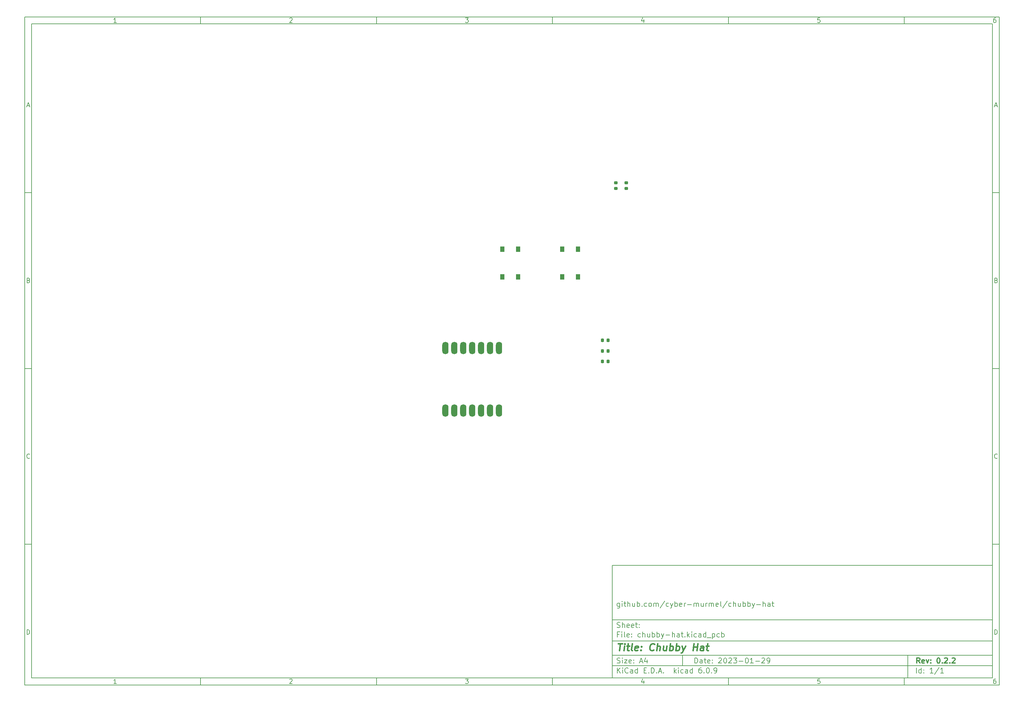
<source format=gbr>
%TF.GenerationSoftware,KiCad,Pcbnew,6.0.9*%
%TF.CreationDate,2023-02-12T02:37:48+01:00*%
%TF.ProjectId,chubby-hat,63687562-6279-42d6-9861-742e6b696361,0.2.2*%
%TF.SameCoordinates,Original*%
%TF.FileFunction,Paste,Top*%
%TF.FilePolarity,Positive*%
%FSLAX46Y46*%
G04 Gerber Fmt 4.6, Leading zero omitted, Abs format (unit mm)*
G04 Created by KiCad (PCBNEW 6.0.9) date 2023-02-12 02:37:48*
%MOMM*%
%LPD*%
G01*
G04 APERTURE LIST*
G04 Aperture macros list*
%AMRoundRect*
0 Rectangle with rounded corners*
0 $1 Rounding radius*
0 $2 $3 $4 $5 $6 $7 $8 $9 X,Y pos of 4 corners*
0 Add a 4 corners polygon primitive as box body*
4,1,4,$2,$3,$4,$5,$6,$7,$8,$9,$2,$3,0*
0 Add four circle primitives for the rounded corners*
1,1,$1+$1,$2,$3*
1,1,$1+$1,$4,$5*
1,1,$1+$1,$6,$7*
1,1,$1+$1,$8,$9*
0 Add four rect primitives between the rounded corners*
20,1,$1+$1,$2,$3,$4,$5,0*
20,1,$1+$1,$4,$5,$6,$7,0*
20,1,$1+$1,$6,$7,$8,$9,0*
20,1,$1+$1,$8,$9,$2,$3,0*%
G04 Aperture macros list end*
%ADD10C,0.100000*%
%ADD11C,0.150000*%
%ADD12C,0.300000*%
%ADD13C,0.400000*%
%ADD14RoundRect,0.218750X0.218750X0.256250X-0.218750X0.256250X-0.218750X-0.256250X0.218750X-0.256250X0*%
%ADD15O,1.778000X3.556000*%
%ADD16RoundRect,0.218750X-0.256250X0.218750X-0.256250X-0.218750X0.256250X-0.218750X0.256250X0.218750X0*%
%ADD17R,1.300000X1.550000*%
G04 APERTURE END LIST*
D10*
D11*
X177002200Y-166007200D02*
X177002200Y-198007200D01*
X285002200Y-198007200D01*
X285002200Y-166007200D01*
X177002200Y-166007200D01*
D10*
D11*
X10000000Y-10000000D02*
X10000000Y-200007200D01*
X287002200Y-200007200D01*
X287002200Y-10000000D01*
X10000000Y-10000000D01*
D10*
D11*
X12000000Y-12000000D02*
X12000000Y-198007200D01*
X285002200Y-198007200D01*
X285002200Y-12000000D01*
X12000000Y-12000000D01*
D10*
D11*
X60000000Y-12000000D02*
X60000000Y-10000000D01*
D10*
D11*
X110000000Y-12000000D02*
X110000000Y-10000000D01*
D10*
D11*
X160000000Y-12000000D02*
X160000000Y-10000000D01*
D10*
D11*
X210000000Y-12000000D02*
X210000000Y-10000000D01*
D10*
D11*
X260000000Y-12000000D02*
X260000000Y-10000000D01*
D10*
D11*
X36065476Y-11588095D02*
X35322619Y-11588095D01*
X35694047Y-11588095D02*
X35694047Y-10288095D01*
X35570238Y-10473809D01*
X35446428Y-10597619D01*
X35322619Y-10659523D01*
D10*
D11*
X85322619Y-10411904D02*
X85384523Y-10350000D01*
X85508333Y-10288095D01*
X85817857Y-10288095D01*
X85941666Y-10350000D01*
X86003571Y-10411904D01*
X86065476Y-10535714D01*
X86065476Y-10659523D01*
X86003571Y-10845238D01*
X85260714Y-11588095D01*
X86065476Y-11588095D01*
D10*
D11*
X135260714Y-10288095D02*
X136065476Y-10288095D01*
X135632142Y-10783333D01*
X135817857Y-10783333D01*
X135941666Y-10845238D01*
X136003571Y-10907142D01*
X136065476Y-11030952D01*
X136065476Y-11340476D01*
X136003571Y-11464285D01*
X135941666Y-11526190D01*
X135817857Y-11588095D01*
X135446428Y-11588095D01*
X135322619Y-11526190D01*
X135260714Y-11464285D01*
D10*
D11*
X185941666Y-10721428D02*
X185941666Y-11588095D01*
X185632142Y-10226190D02*
X185322619Y-11154761D01*
X186127380Y-11154761D01*
D10*
D11*
X236003571Y-10288095D02*
X235384523Y-10288095D01*
X235322619Y-10907142D01*
X235384523Y-10845238D01*
X235508333Y-10783333D01*
X235817857Y-10783333D01*
X235941666Y-10845238D01*
X236003571Y-10907142D01*
X236065476Y-11030952D01*
X236065476Y-11340476D01*
X236003571Y-11464285D01*
X235941666Y-11526190D01*
X235817857Y-11588095D01*
X235508333Y-11588095D01*
X235384523Y-11526190D01*
X235322619Y-11464285D01*
D10*
D11*
X285941666Y-10288095D02*
X285694047Y-10288095D01*
X285570238Y-10350000D01*
X285508333Y-10411904D01*
X285384523Y-10597619D01*
X285322619Y-10845238D01*
X285322619Y-11340476D01*
X285384523Y-11464285D01*
X285446428Y-11526190D01*
X285570238Y-11588095D01*
X285817857Y-11588095D01*
X285941666Y-11526190D01*
X286003571Y-11464285D01*
X286065476Y-11340476D01*
X286065476Y-11030952D01*
X286003571Y-10907142D01*
X285941666Y-10845238D01*
X285817857Y-10783333D01*
X285570238Y-10783333D01*
X285446428Y-10845238D01*
X285384523Y-10907142D01*
X285322619Y-11030952D01*
D10*
D11*
X60000000Y-198007200D02*
X60000000Y-200007200D01*
D10*
D11*
X110000000Y-198007200D02*
X110000000Y-200007200D01*
D10*
D11*
X160000000Y-198007200D02*
X160000000Y-200007200D01*
D10*
D11*
X210000000Y-198007200D02*
X210000000Y-200007200D01*
D10*
D11*
X260000000Y-198007200D02*
X260000000Y-200007200D01*
D10*
D11*
X36065476Y-199595295D02*
X35322619Y-199595295D01*
X35694047Y-199595295D02*
X35694047Y-198295295D01*
X35570238Y-198481009D01*
X35446428Y-198604819D01*
X35322619Y-198666723D01*
D10*
D11*
X85322619Y-198419104D02*
X85384523Y-198357200D01*
X85508333Y-198295295D01*
X85817857Y-198295295D01*
X85941666Y-198357200D01*
X86003571Y-198419104D01*
X86065476Y-198542914D01*
X86065476Y-198666723D01*
X86003571Y-198852438D01*
X85260714Y-199595295D01*
X86065476Y-199595295D01*
D10*
D11*
X135260714Y-198295295D02*
X136065476Y-198295295D01*
X135632142Y-198790533D01*
X135817857Y-198790533D01*
X135941666Y-198852438D01*
X136003571Y-198914342D01*
X136065476Y-199038152D01*
X136065476Y-199347676D01*
X136003571Y-199471485D01*
X135941666Y-199533390D01*
X135817857Y-199595295D01*
X135446428Y-199595295D01*
X135322619Y-199533390D01*
X135260714Y-199471485D01*
D10*
D11*
X185941666Y-198728628D02*
X185941666Y-199595295D01*
X185632142Y-198233390D02*
X185322619Y-199161961D01*
X186127380Y-199161961D01*
D10*
D11*
X236003571Y-198295295D02*
X235384523Y-198295295D01*
X235322619Y-198914342D01*
X235384523Y-198852438D01*
X235508333Y-198790533D01*
X235817857Y-198790533D01*
X235941666Y-198852438D01*
X236003571Y-198914342D01*
X236065476Y-199038152D01*
X236065476Y-199347676D01*
X236003571Y-199471485D01*
X235941666Y-199533390D01*
X235817857Y-199595295D01*
X235508333Y-199595295D01*
X235384523Y-199533390D01*
X235322619Y-199471485D01*
D10*
D11*
X285941666Y-198295295D02*
X285694047Y-198295295D01*
X285570238Y-198357200D01*
X285508333Y-198419104D01*
X285384523Y-198604819D01*
X285322619Y-198852438D01*
X285322619Y-199347676D01*
X285384523Y-199471485D01*
X285446428Y-199533390D01*
X285570238Y-199595295D01*
X285817857Y-199595295D01*
X285941666Y-199533390D01*
X286003571Y-199471485D01*
X286065476Y-199347676D01*
X286065476Y-199038152D01*
X286003571Y-198914342D01*
X285941666Y-198852438D01*
X285817857Y-198790533D01*
X285570238Y-198790533D01*
X285446428Y-198852438D01*
X285384523Y-198914342D01*
X285322619Y-199038152D01*
D10*
D11*
X10000000Y-60000000D02*
X12000000Y-60000000D01*
D10*
D11*
X10000000Y-110000000D02*
X12000000Y-110000000D01*
D10*
D11*
X10000000Y-160000000D02*
X12000000Y-160000000D01*
D10*
D11*
X10690476Y-35216666D02*
X11309523Y-35216666D01*
X10566666Y-35588095D02*
X11000000Y-34288095D01*
X11433333Y-35588095D01*
D10*
D11*
X11092857Y-84907142D02*
X11278571Y-84969047D01*
X11340476Y-85030952D01*
X11402380Y-85154761D01*
X11402380Y-85340476D01*
X11340476Y-85464285D01*
X11278571Y-85526190D01*
X11154761Y-85588095D01*
X10659523Y-85588095D01*
X10659523Y-84288095D01*
X11092857Y-84288095D01*
X11216666Y-84350000D01*
X11278571Y-84411904D01*
X11340476Y-84535714D01*
X11340476Y-84659523D01*
X11278571Y-84783333D01*
X11216666Y-84845238D01*
X11092857Y-84907142D01*
X10659523Y-84907142D01*
D10*
D11*
X11402380Y-135464285D02*
X11340476Y-135526190D01*
X11154761Y-135588095D01*
X11030952Y-135588095D01*
X10845238Y-135526190D01*
X10721428Y-135402380D01*
X10659523Y-135278571D01*
X10597619Y-135030952D01*
X10597619Y-134845238D01*
X10659523Y-134597619D01*
X10721428Y-134473809D01*
X10845238Y-134350000D01*
X11030952Y-134288095D01*
X11154761Y-134288095D01*
X11340476Y-134350000D01*
X11402380Y-134411904D01*
D10*
D11*
X10659523Y-185588095D02*
X10659523Y-184288095D01*
X10969047Y-184288095D01*
X11154761Y-184350000D01*
X11278571Y-184473809D01*
X11340476Y-184597619D01*
X11402380Y-184845238D01*
X11402380Y-185030952D01*
X11340476Y-185278571D01*
X11278571Y-185402380D01*
X11154761Y-185526190D01*
X10969047Y-185588095D01*
X10659523Y-185588095D01*
D10*
D11*
X287002200Y-60000000D02*
X285002200Y-60000000D01*
D10*
D11*
X287002200Y-110000000D02*
X285002200Y-110000000D01*
D10*
D11*
X287002200Y-160000000D02*
X285002200Y-160000000D01*
D10*
D11*
X285692676Y-35216666D02*
X286311723Y-35216666D01*
X285568866Y-35588095D02*
X286002200Y-34288095D01*
X286435533Y-35588095D01*
D10*
D11*
X286095057Y-84907142D02*
X286280771Y-84969047D01*
X286342676Y-85030952D01*
X286404580Y-85154761D01*
X286404580Y-85340476D01*
X286342676Y-85464285D01*
X286280771Y-85526190D01*
X286156961Y-85588095D01*
X285661723Y-85588095D01*
X285661723Y-84288095D01*
X286095057Y-84288095D01*
X286218866Y-84350000D01*
X286280771Y-84411904D01*
X286342676Y-84535714D01*
X286342676Y-84659523D01*
X286280771Y-84783333D01*
X286218866Y-84845238D01*
X286095057Y-84907142D01*
X285661723Y-84907142D01*
D10*
D11*
X286404580Y-135464285D02*
X286342676Y-135526190D01*
X286156961Y-135588095D01*
X286033152Y-135588095D01*
X285847438Y-135526190D01*
X285723628Y-135402380D01*
X285661723Y-135278571D01*
X285599819Y-135030952D01*
X285599819Y-134845238D01*
X285661723Y-134597619D01*
X285723628Y-134473809D01*
X285847438Y-134350000D01*
X286033152Y-134288095D01*
X286156961Y-134288095D01*
X286342676Y-134350000D01*
X286404580Y-134411904D01*
D10*
D11*
X285661723Y-185588095D02*
X285661723Y-184288095D01*
X285971247Y-184288095D01*
X286156961Y-184350000D01*
X286280771Y-184473809D01*
X286342676Y-184597619D01*
X286404580Y-184845238D01*
X286404580Y-185030952D01*
X286342676Y-185278571D01*
X286280771Y-185402380D01*
X286156961Y-185526190D01*
X285971247Y-185588095D01*
X285661723Y-185588095D01*
D10*
D11*
X200434342Y-193785771D02*
X200434342Y-192285771D01*
X200791485Y-192285771D01*
X201005771Y-192357200D01*
X201148628Y-192500057D01*
X201220057Y-192642914D01*
X201291485Y-192928628D01*
X201291485Y-193142914D01*
X201220057Y-193428628D01*
X201148628Y-193571485D01*
X201005771Y-193714342D01*
X200791485Y-193785771D01*
X200434342Y-193785771D01*
X202577200Y-193785771D02*
X202577200Y-193000057D01*
X202505771Y-192857200D01*
X202362914Y-192785771D01*
X202077200Y-192785771D01*
X201934342Y-192857200D01*
X202577200Y-193714342D02*
X202434342Y-193785771D01*
X202077200Y-193785771D01*
X201934342Y-193714342D01*
X201862914Y-193571485D01*
X201862914Y-193428628D01*
X201934342Y-193285771D01*
X202077200Y-193214342D01*
X202434342Y-193214342D01*
X202577200Y-193142914D01*
X203077200Y-192785771D02*
X203648628Y-192785771D01*
X203291485Y-192285771D02*
X203291485Y-193571485D01*
X203362914Y-193714342D01*
X203505771Y-193785771D01*
X203648628Y-193785771D01*
X204720057Y-193714342D02*
X204577200Y-193785771D01*
X204291485Y-193785771D01*
X204148628Y-193714342D01*
X204077200Y-193571485D01*
X204077200Y-193000057D01*
X204148628Y-192857200D01*
X204291485Y-192785771D01*
X204577200Y-192785771D01*
X204720057Y-192857200D01*
X204791485Y-193000057D01*
X204791485Y-193142914D01*
X204077200Y-193285771D01*
X205434342Y-193642914D02*
X205505771Y-193714342D01*
X205434342Y-193785771D01*
X205362914Y-193714342D01*
X205434342Y-193642914D01*
X205434342Y-193785771D01*
X205434342Y-192857200D02*
X205505771Y-192928628D01*
X205434342Y-193000057D01*
X205362914Y-192928628D01*
X205434342Y-192857200D01*
X205434342Y-193000057D01*
X207220057Y-192428628D02*
X207291485Y-192357200D01*
X207434342Y-192285771D01*
X207791485Y-192285771D01*
X207934342Y-192357200D01*
X208005771Y-192428628D01*
X208077200Y-192571485D01*
X208077200Y-192714342D01*
X208005771Y-192928628D01*
X207148628Y-193785771D01*
X208077200Y-193785771D01*
X209005771Y-192285771D02*
X209148628Y-192285771D01*
X209291485Y-192357200D01*
X209362914Y-192428628D01*
X209434342Y-192571485D01*
X209505771Y-192857200D01*
X209505771Y-193214342D01*
X209434342Y-193500057D01*
X209362914Y-193642914D01*
X209291485Y-193714342D01*
X209148628Y-193785771D01*
X209005771Y-193785771D01*
X208862914Y-193714342D01*
X208791485Y-193642914D01*
X208720057Y-193500057D01*
X208648628Y-193214342D01*
X208648628Y-192857200D01*
X208720057Y-192571485D01*
X208791485Y-192428628D01*
X208862914Y-192357200D01*
X209005771Y-192285771D01*
X210077200Y-192428628D02*
X210148628Y-192357200D01*
X210291485Y-192285771D01*
X210648628Y-192285771D01*
X210791485Y-192357200D01*
X210862914Y-192428628D01*
X210934342Y-192571485D01*
X210934342Y-192714342D01*
X210862914Y-192928628D01*
X210005771Y-193785771D01*
X210934342Y-193785771D01*
X211434342Y-192285771D02*
X212362914Y-192285771D01*
X211862914Y-192857200D01*
X212077200Y-192857200D01*
X212220057Y-192928628D01*
X212291485Y-193000057D01*
X212362914Y-193142914D01*
X212362914Y-193500057D01*
X212291485Y-193642914D01*
X212220057Y-193714342D01*
X212077200Y-193785771D01*
X211648628Y-193785771D01*
X211505771Y-193714342D01*
X211434342Y-193642914D01*
X213005771Y-193214342D02*
X214148628Y-193214342D01*
X215148628Y-192285771D02*
X215291485Y-192285771D01*
X215434342Y-192357200D01*
X215505771Y-192428628D01*
X215577200Y-192571485D01*
X215648628Y-192857200D01*
X215648628Y-193214342D01*
X215577200Y-193500057D01*
X215505771Y-193642914D01*
X215434342Y-193714342D01*
X215291485Y-193785771D01*
X215148628Y-193785771D01*
X215005771Y-193714342D01*
X214934342Y-193642914D01*
X214862914Y-193500057D01*
X214791485Y-193214342D01*
X214791485Y-192857200D01*
X214862914Y-192571485D01*
X214934342Y-192428628D01*
X215005771Y-192357200D01*
X215148628Y-192285771D01*
X217077200Y-193785771D02*
X216220057Y-193785771D01*
X216648628Y-193785771D02*
X216648628Y-192285771D01*
X216505771Y-192500057D01*
X216362914Y-192642914D01*
X216220057Y-192714342D01*
X217720057Y-193214342D02*
X218862914Y-193214342D01*
X219505771Y-192428628D02*
X219577200Y-192357200D01*
X219720057Y-192285771D01*
X220077200Y-192285771D01*
X220220057Y-192357200D01*
X220291485Y-192428628D01*
X220362914Y-192571485D01*
X220362914Y-192714342D01*
X220291485Y-192928628D01*
X219434342Y-193785771D01*
X220362914Y-193785771D01*
X221077200Y-193785771D02*
X221362914Y-193785771D01*
X221505771Y-193714342D01*
X221577200Y-193642914D01*
X221720057Y-193428628D01*
X221791485Y-193142914D01*
X221791485Y-192571485D01*
X221720057Y-192428628D01*
X221648628Y-192357200D01*
X221505771Y-192285771D01*
X221220057Y-192285771D01*
X221077200Y-192357200D01*
X221005771Y-192428628D01*
X220934342Y-192571485D01*
X220934342Y-192928628D01*
X221005771Y-193071485D01*
X221077200Y-193142914D01*
X221220057Y-193214342D01*
X221505771Y-193214342D01*
X221648628Y-193142914D01*
X221720057Y-193071485D01*
X221791485Y-192928628D01*
D10*
D11*
X177002200Y-194507200D02*
X285002200Y-194507200D01*
D10*
D11*
X178434342Y-196585771D02*
X178434342Y-195085771D01*
X179291485Y-196585771D02*
X178648628Y-195728628D01*
X179291485Y-195085771D02*
X178434342Y-195942914D01*
X179934342Y-196585771D02*
X179934342Y-195585771D01*
X179934342Y-195085771D02*
X179862914Y-195157200D01*
X179934342Y-195228628D01*
X180005771Y-195157200D01*
X179934342Y-195085771D01*
X179934342Y-195228628D01*
X181505771Y-196442914D02*
X181434342Y-196514342D01*
X181220057Y-196585771D01*
X181077200Y-196585771D01*
X180862914Y-196514342D01*
X180720057Y-196371485D01*
X180648628Y-196228628D01*
X180577200Y-195942914D01*
X180577200Y-195728628D01*
X180648628Y-195442914D01*
X180720057Y-195300057D01*
X180862914Y-195157200D01*
X181077200Y-195085771D01*
X181220057Y-195085771D01*
X181434342Y-195157200D01*
X181505771Y-195228628D01*
X182791485Y-196585771D02*
X182791485Y-195800057D01*
X182720057Y-195657200D01*
X182577200Y-195585771D01*
X182291485Y-195585771D01*
X182148628Y-195657200D01*
X182791485Y-196514342D02*
X182648628Y-196585771D01*
X182291485Y-196585771D01*
X182148628Y-196514342D01*
X182077200Y-196371485D01*
X182077200Y-196228628D01*
X182148628Y-196085771D01*
X182291485Y-196014342D01*
X182648628Y-196014342D01*
X182791485Y-195942914D01*
X184148628Y-196585771D02*
X184148628Y-195085771D01*
X184148628Y-196514342D02*
X184005771Y-196585771D01*
X183720057Y-196585771D01*
X183577200Y-196514342D01*
X183505771Y-196442914D01*
X183434342Y-196300057D01*
X183434342Y-195871485D01*
X183505771Y-195728628D01*
X183577200Y-195657200D01*
X183720057Y-195585771D01*
X184005771Y-195585771D01*
X184148628Y-195657200D01*
X186005771Y-195800057D02*
X186505771Y-195800057D01*
X186720057Y-196585771D02*
X186005771Y-196585771D01*
X186005771Y-195085771D01*
X186720057Y-195085771D01*
X187362914Y-196442914D02*
X187434342Y-196514342D01*
X187362914Y-196585771D01*
X187291485Y-196514342D01*
X187362914Y-196442914D01*
X187362914Y-196585771D01*
X188077200Y-196585771D02*
X188077200Y-195085771D01*
X188434342Y-195085771D01*
X188648628Y-195157200D01*
X188791485Y-195300057D01*
X188862914Y-195442914D01*
X188934342Y-195728628D01*
X188934342Y-195942914D01*
X188862914Y-196228628D01*
X188791485Y-196371485D01*
X188648628Y-196514342D01*
X188434342Y-196585771D01*
X188077200Y-196585771D01*
X189577200Y-196442914D02*
X189648628Y-196514342D01*
X189577200Y-196585771D01*
X189505771Y-196514342D01*
X189577200Y-196442914D01*
X189577200Y-196585771D01*
X190220057Y-196157200D02*
X190934342Y-196157200D01*
X190077200Y-196585771D02*
X190577200Y-195085771D01*
X191077200Y-196585771D01*
X191577200Y-196442914D02*
X191648628Y-196514342D01*
X191577200Y-196585771D01*
X191505771Y-196514342D01*
X191577200Y-196442914D01*
X191577200Y-196585771D01*
X194577200Y-196585771D02*
X194577200Y-195085771D01*
X194720057Y-196014342D02*
X195148628Y-196585771D01*
X195148628Y-195585771D02*
X194577200Y-196157200D01*
X195791485Y-196585771D02*
X195791485Y-195585771D01*
X195791485Y-195085771D02*
X195720057Y-195157200D01*
X195791485Y-195228628D01*
X195862914Y-195157200D01*
X195791485Y-195085771D01*
X195791485Y-195228628D01*
X197148628Y-196514342D02*
X197005771Y-196585771D01*
X196720057Y-196585771D01*
X196577200Y-196514342D01*
X196505771Y-196442914D01*
X196434342Y-196300057D01*
X196434342Y-195871485D01*
X196505771Y-195728628D01*
X196577200Y-195657200D01*
X196720057Y-195585771D01*
X197005771Y-195585771D01*
X197148628Y-195657200D01*
X198434342Y-196585771D02*
X198434342Y-195800057D01*
X198362914Y-195657200D01*
X198220057Y-195585771D01*
X197934342Y-195585771D01*
X197791485Y-195657200D01*
X198434342Y-196514342D02*
X198291485Y-196585771D01*
X197934342Y-196585771D01*
X197791485Y-196514342D01*
X197720057Y-196371485D01*
X197720057Y-196228628D01*
X197791485Y-196085771D01*
X197934342Y-196014342D01*
X198291485Y-196014342D01*
X198434342Y-195942914D01*
X199791485Y-196585771D02*
X199791485Y-195085771D01*
X199791485Y-196514342D02*
X199648628Y-196585771D01*
X199362914Y-196585771D01*
X199220057Y-196514342D01*
X199148628Y-196442914D01*
X199077200Y-196300057D01*
X199077200Y-195871485D01*
X199148628Y-195728628D01*
X199220057Y-195657200D01*
X199362914Y-195585771D01*
X199648628Y-195585771D01*
X199791485Y-195657200D01*
X202291485Y-195085771D02*
X202005771Y-195085771D01*
X201862914Y-195157200D01*
X201791485Y-195228628D01*
X201648628Y-195442914D01*
X201577200Y-195728628D01*
X201577200Y-196300057D01*
X201648628Y-196442914D01*
X201720057Y-196514342D01*
X201862914Y-196585771D01*
X202148628Y-196585771D01*
X202291485Y-196514342D01*
X202362914Y-196442914D01*
X202434342Y-196300057D01*
X202434342Y-195942914D01*
X202362914Y-195800057D01*
X202291485Y-195728628D01*
X202148628Y-195657200D01*
X201862914Y-195657200D01*
X201720057Y-195728628D01*
X201648628Y-195800057D01*
X201577200Y-195942914D01*
X203077200Y-196442914D02*
X203148628Y-196514342D01*
X203077200Y-196585771D01*
X203005771Y-196514342D01*
X203077200Y-196442914D01*
X203077200Y-196585771D01*
X204077200Y-195085771D02*
X204220057Y-195085771D01*
X204362914Y-195157200D01*
X204434342Y-195228628D01*
X204505771Y-195371485D01*
X204577200Y-195657200D01*
X204577200Y-196014342D01*
X204505771Y-196300057D01*
X204434342Y-196442914D01*
X204362914Y-196514342D01*
X204220057Y-196585771D01*
X204077200Y-196585771D01*
X203934342Y-196514342D01*
X203862914Y-196442914D01*
X203791485Y-196300057D01*
X203720057Y-196014342D01*
X203720057Y-195657200D01*
X203791485Y-195371485D01*
X203862914Y-195228628D01*
X203934342Y-195157200D01*
X204077200Y-195085771D01*
X205220057Y-196442914D02*
X205291485Y-196514342D01*
X205220057Y-196585771D01*
X205148628Y-196514342D01*
X205220057Y-196442914D01*
X205220057Y-196585771D01*
X206005771Y-196585771D02*
X206291485Y-196585771D01*
X206434342Y-196514342D01*
X206505771Y-196442914D01*
X206648628Y-196228628D01*
X206720057Y-195942914D01*
X206720057Y-195371485D01*
X206648628Y-195228628D01*
X206577200Y-195157200D01*
X206434342Y-195085771D01*
X206148628Y-195085771D01*
X206005771Y-195157200D01*
X205934342Y-195228628D01*
X205862914Y-195371485D01*
X205862914Y-195728628D01*
X205934342Y-195871485D01*
X206005771Y-195942914D01*
X206148628Y-196014342D01*
X206434342Y-196014342D01*
X206577200Y-195942914D01*
X206648628Y-195871485D01*
X206720057Y-195728628D01*
D10*
D11*
X177002200Y-191507200D02*
X285002200Y-191507200D01*
D10*
D12*
X264411485Y-193785771D02*
X263911485Y-193071485D01*
X263554342Y-193785771D02*
X263554342Y-192285771D01*
X264125771Y-192285771D01*
X264268628Y-192357200D01*
X264340057Y-192428628D01*
X264411485Y-192571485D01*
X264411485Y-192785771D01*
X264340057Y-192928628D01*
X264268628Y-193000057D01*
X264125771Y-193071485D01*
X263554342Y-193071485D01*
X265625771Y-193714342D02*
X265482914Y-193785771D01*
X265197200Y-193785771D01*
X265054342Y-193714342D01*
X264982914Y-193571485D01*
X264982914Y-193000057D01*
X265054342Y-192857200D01*
X265197200Y-192785771D01*
X265482914Y-192785771D01*
X265625771Y-192857200D01*
X265697200Y-193000057D01*
X265697200Y-193142914D01*
X264982914Y-193285771D01*
X266197200Y-192785771D02*
X266554342Y-193785771D01*
X266911485Y-192785771D01*
X267482914Y-193642914D02*
X267554342Y-193714342D01*
X267482914Y-193785771D01*
X267411485Y-193714342D01*
X267482914Y-193642914D01*
X267482914Y-193785771D01*
X267482914Y-192857200D02*
X267554342Y-192928628D01*
X267482914Y-193000057D01*
X267411485Y-192928628D01*
X267482914Y-192857200D01*
X267482914Y-193000057D01*
X269625771Y-192285771D02*
X269768628Y-192285771D01*
X269911485Y-192357200D01*
X269982914Y-192428628D01*
X270054342Y-192571485D01*
X270125771Y-192857200D01*
X270125771Y-193214342D01*
X270054342Y-193500057D01*
X269982914Y-193642914D01*
X269911485Y-193714342D01*
X269768628Y-193785771D01*
X269625771Y-193785771D01*
X269482914Y-193714342D01*
X269411485Y-193642914D01*
X269340057Y-193500057D01*
X269268628Y-193214342D01*
X269268628Y-192857200D01*
X269340057Y-192571485D01*
X269411485Y-192428628D01*
X269482914Y-192357200D01*
X269625771Y-192285771D01*
X270768628Y-193642914D02*
X270840057Y-193714342D01*
X270768628Y-193785771D01*
X270697200Y-193714342D01*
X270768628Y-193642914D01*
X270768628Y-193785771D01*
X271411485Y-192428628D02*
X271482914Y-192357200D01*
X271625771Y-192285771D01*
X271982914Y-192285771D01*
X272125771Y-192357200D01*
X272197200Y-192428628D01*
X272268628Y-192571485D01*
X272268628Y-192714342D01*
X272197200Y-192928628D01*
X271340057Y-193785771D01*
X272268628Y-193785771D01*
X272911485Y-193642914D02*
X272982914Y-193714342D01*
X272911485Y-193785771D01*
X272840057Y-193714342D01*
X272911485Y-193642914D01*
X272911485Y-193785771D01*
X273554342Y-192428628D02*
X273625771Y-192357200D01*
X273768628Y-192285771D01*
X274125771Y-192285771D01*
X274268628Y-192357200D01*
X274340057Y-192428628D01*
X274411485Y-192571485D01*
X274411485Y-192714342D01*
X274340057Y-192928628D01*
X273482914Y-193785771D01*
X274411485Y-193785771D01*
D10*
D11*
X178362914Y-193714342D02*
X178577200Y-193785771D01*
X178934342Y-193785771D01*
X179077200Y-193714342D01*
X179148628Y-193642914D01*
X179220057Y-193500057D01*
X179220057Y-193357200D01*
X179148628Y-193214342D01*
X179077200Y-193142914D01*
X178934342Y-193071485D01*
X178648628Y-193000057D01*
X178505771Y-192928628D01*
X178434342Y-192857200D01*
X178362914Y-192714342D01*
X178362914Y-192571485D01*
X178434342Y-192428628D01*
X178505771Y-192357200D01*
X178648628Y-192285771D01*
X179005771Y-192285771D01*
X179220057Y-192357200D01*
X179862914Y-193785771D02*
X179862914Y-192785771D01*
X179862914Y-192285771D02*
X179791485Y-192357200D01*
X179862914Y-192428628D01*
X179934342Y-192357200D01*
X179862914Y-192285771D01*
X179862914Y-192428628D01*
X180434342Y-192785771D02*
X181220057Y-192785771D01*
X180434342Y-193785771D01*
X181220057Y-193785771D01*
X182362914Y-193714342D02*
X182220057Y-193785771D01*
X181934342Y-193785771D01*
X181791485Y-193714342D01*
X181720057Y-193571485D01*
X181720057Y-193000057D01*
X181791485Y-192857200D01*
X181934342Y-192785771D01*
X182220057Y-192785771D01*
X182362914Y-192857200D01*
X182434342Y-193000057D01*
X182434342Y-193142914D01*
X181720057Y-193285771D01*
X183077200Y-193642914D02*
X183148628Y-193714342D01*
X183077200Y-193785771D01*
X183005771Y-193714342D01*
X183077200Y-193642914D01*
X183077200Y-193785771D01*
X183077200Y-192857200D02*
X183148628Y-192928628D01*
X183077200Y-193000057D01*
X183005771Y-192928628D01*
X183077200Y-192857200D01*
X183077200Y-193000057D01*
X184862914Y-193357200D02*
X185577200Y-193357200D01*
X184720057Y-193785771D02*
X185220057Y-192285771D01*
X185720057Y-193785771D01*
X186862914Y-192785771D02*
X186862914Y-193785771D01*
X186505771Y-192214342D02*
X186148628Y-193285771D01*
X187077200Y-193285771D01*
D10*
D11*
X263434342Y-196585771D02*
X263434342Y-195085771D01*
X264791485Y-196585771D02*
X264791485Y-195085771D01*
X264791485Y-196514342D02*
X264648628Y-196585771D01*
X264362914Y-196585771D01*
X264220057Y-196514342D01*
X264148628Y-196442914D01*
X264077200Y-196300057D01*
X264077200Y-195871485D01*
X264148628Y-195728628D01*
X264220057Y-195657200D01*
X264362914Y-195585771D01*
X264648628Y-195585771D01*
X264791485Y-195657200D01*
X265505771Y-196442914D02*
X265577200Y-196514342D01*
X265505771Y-196585771D01*
X265434342Y-196514342D01*
X265505771Y-196442914D01*
X265505771Y-196585771D01*
X265505771Y-195657200D02*
X265577200Y-195728628D01*
X265505771Y-195800057D01*
X265434342Y-195728628D01*
X265505771Y-195657200D01*
X265505771Y-195800057D01*
X268148628Y-196585771D02*
X267291485Y-196585771D01*
X267720057Y-196585771D02*
X267720057Y-195085771D01*
X267577200Y-195300057D01*
X267434342Y-195442914D01*
X267291485Y-195514342D01*
X269862914Y-195014342D02*
X268577200Y-196942914D01*
X271148628Y-196585771D02*
X270291485Y-196585771D01*
X270720057Y-196585771D02*
X270720057Y-195085771D01*
X270577200Y-195300057D01*
X270434342Y-195442914D01*
X270291485Y-195514342D01*
D10*
D11*
X177002200Y-187507200D02*
X285002200Y-187507200D01*
D10*
D13*
X178714580Y-188211961D02*
X179857438Y-188211961D01*
X179036009Y-190211961D02*
X179286009Y-188211961D01*
X180274104Y-190211961D02*
X180440771Y-188878628D01*
X180524104Y-188211961D02*
X180416961Y-188307200D01*
X180500295Y-188402438D01*
X180607438Y-188307200D01*
X180524104Y-188211961D01*
X180500295Y-188402438D01*
X181107438Y-188878628D02*
X181869342Y-188878628D01*
X181476485Y-188211961D02*
X181262200Y-189926247D01*
X181333628Y-190116723D01*
X181512200Y-190211961D01*
X181702676Y-190211961D01*
X182655057Y-190211961D02*
X182476485Y-190116723D01*
X182405057Y-189926247D01*
X182619342Y-188211961D01*
X184190771Y-190116723D02*
X183988390Y-190211961D01*
X183607438Y-190211961D01*
X183428866Y-190116723D01*
X183357438Y-189926247D01*
X183452676Y-189164342D01*
X183571723Y-188973866D01*
X183774104Y-188878628D01*
X184155057Y-188878628D01*
X184333628Y-188973866D01*
X184405057Y-189164342D01*
X184381247Y-189354819D01*
X183405057Y-189545295D01*
X185155057Y-190021485D02*
X185238390Y-190116723D01*
X185131247Y-190211961D01*
X185047914Y-190116723D01*
X185155057Y-190021485D01*
X185131247Y-190211961D01*
X185286009Y-188973866D02*
X185369342Y-189069104D01*
X185262200Y-189164342D01*
X185178866Y-189069104D01*
X185286009Y-188973866D01*
X185262200Y-189164342D01*
X188774104Y-190021485D02*
X188666961Y-190116723D01*
X188369342Y-190211961D01*
X188178866Y-190211961D01*
X187905057Y-190116723D01*
X187738390Y-189926247D01*
X187666961Y-189735771D01*
X187619342Y-189354819D01*
X187655057Y-189069104D01*
X187797914Y-188688152D01*
X187916961Y-188497676D01*
X188131247Y-188307200D01*
X188428866Y-188211961D01*
X188619342Y-188211961D01*
X188893152Y-188307200D01*
X188976485Y-188402438D01*
X189607438Y-190211961D02*
X189857438Y-188211961D01*
X190464580Y-190211961D02*
X190595533Y-189164342D01*
X190524104Y-188973866D01*
X190345533Y-188878628D01*
X190059819Y-188878628D01*
X189857438Y-188973866D01*
X189750295Y-189069104D01*
X192440771Y-188878628D02*
X192274104Y-190211961D01*
X191583628Y-188878628D02*
X191452676Y-189926247D01*
X191524104Y-190116723D01*
X191702676Y-190211961D01*
X191988390Y-190211961D01*
X192190771Y-190116723D01*
X192297914Y-190021485D01*
X193226485Y-190211961D02*
X193476485Y-188211961D01*
X193381247Y-188973866D02*
X193583628Y-188878628D01*
X193964580Y-188878628D01*
X194143152Y-188973866D01*
X194226485Y-189069104D01*
X194297914Y-189259580D01*
X194226485Y-189831009D01*
X194107438Y-190021485D01*
X194000295Y-190116723D01*
X193797914Y-190211961D01*
X193416961Y-190211961D01*
X193238390Y-190116723D01*
X195036009Y-190211961D02*
X195286009Y-188211961D01*
X195190771Y-188973866D02*
X195393152Y-188878628D01*
X195774104Y-188878628D01*
X195952676Y-188973866D01*
X196036009Y-189069104D01*
X196107438Y-189259580D01*
X196036009Y-189831009D01*
X195916961Y-190021485D01*
X195809819Y-190116723D01*
X195607438Y-190211961D01*
X195226485Y-190211961D01*
X195047914Y-190116723D01*
X196821723Y-188878628D02*
X197131247Y-190211961D01*
X197774104Y-188878628D02*
X197131247Y-190211961D01*
X196881247Y-190688152D01*
X196774104Y-190783390D01*
X196571723Y-190878628D01*
X199893152Y-190211961D02*
X200143152Y-188211961D01*
X200024104Y-189164342D02*
X201166961Y-189164342D01*
X201036009Y-190211961D02*
X201286009Y-188211961D01*
X202845533Y-190211961D02*
X202976485Y-189164342D01*
X202905057Y-188973866D01*
X202726485Y-188878628D01*
X202345533Y-188878628D01*
X202143152Y-188973866D01*
X202857438Y-190116723D02*
X202655057Y-190211961D01*
X202178866Y-190211961D01*
X202000295Y-190116723D01*
X201928866Y-189926247D01*
X201952676Y-189735771D01*
X202071723Y-189545295D01*
X202274104Y-189450057D01*
X202750295Y-189450057D01*
X202952676Y-189354819D01*
X203678866Y-188878628D02*
X204440771Y-188878628D01*
X204047914Y-188211961D02*
X203833628Y-189926247D01*
X203905057Y-190116723D01*
X204083628Y-190211961D01*
X204274104Y-190211961D01*
D10*
D11*
X178934342Y-185600057D02*
X178434342Y-185600057D01*
X178434342Y-186385771D02*
X178434342Y-184885771D01*
X179148628Y-184885771D01*
X179720057Y-186385771D02*
X179720057Y-185385771D01*
X179720057Y-184885771D02*
X179648628Y-184957200D01*
X179720057Y-185028628D01*
X179791485Y-184957200D01*
X179720057Y-184885771D01*
X179720057Y-185028628D01*
X180648628Y-186385771D02*
X180505771Y-186314342D01*
X180434342Y-186171485D01*
X180434342Y-184885771D01*
X181791485Y-186314342D02*
X181648628Y-186385771D01*
X181362914Y-186385771D01*
X181220057Y-186314342D01*
X181148628Y-186171485D01*
X181148628Y-185600057D01*
X181220057Y-185457200D01*
X181362914Y-185385771D01*
X181648628Y-185385771D01*
X181791485Y-185457200D01*
X181862914Y-185600057D01*
X181862914Y-185742914D01*
X181148628Y-185885771D01*
X182505771Y-186242914D02*
X182577200Y-186314342D01*
X182505771Y-186385771D01*
X182434342Y-186314342D01*
X182505771Y-186242914D01*
X182505771Y-186385771D01*
X182505771Y-185457200D02*
X182577200Y-185528628D01*
X182505771Y-185600057D01*
X182434342Y-185528628D01*
X182505771Y-185457200D01*
X182505771Y-185600057D01*
X185005771Y-186314342D02*
X184862914Y-186385771D01*
X184577200Y-186385771D01*
X184434342Y-186314342D01*
X184362914Y-186242914D01*
X184291485Y-186100057D01*
X184291485Y-185671485D01*
X184362914Y-185528628D01*
X184434342Y-185457200D01*
X184577200Y-185385771D01*
X184862914Y-185385771D01*
X185005771Y-185457200D01*
X185648628Y-186385771D02*
X185648628Y-184885771D01*
X186291485Y-186385771D02*
X186291485Y-185600057D01*
X186220057Y-185457200D01*
X186077200Y-185385771D01*
X185862914Y-185385771D01*
X185720057Y-185457200D01*
X185648628Y-185528628D01*
X187648628Y-185385771D02*
X187648628Y-186385771D01*
X187005771Y-185385771D02*
X187005771Y-186171485D01*
X187077200Y-186314342D01*
X187220057Y-186385771D01*
X187434342Y-186385771D01*
X187577200Y-186314342D01*
X187648628Y-186242914D01*
X188362914Y-186385771D02*
X188362914Y-184885771D01*
X188362914Y-185457200D02*
X188505771Y-185385771D01*
X188791485Y-185385771D01*
X188934342Y-185457200D01*
X189005771Y-185528628D01*
X189077200Y-185671485D01*
X189077200Y-186100057D01*
X189005771Y-186242914D01*
X188934342Y-186314342D01*
X188791485Y-186385771D01*
X188505771Y-186385771D01*
X188362914Y-186314342D01*
X189720057Y-186385771D02*
X189720057Y-184885771D01*
X189720057Y-185457200D02*
X189862914Y-185385771D01*
X190148628Y-185385771D01*
X190291485Y-185457200D01*
X190362914Y-185528628D01*
X190434342Y-185671485D01*
X190434342Y-186100057D01*
X190362914Y-186242914D01*
X190291485Y-186314342D01*
X190148628Y-186385771D01*
X189862914Y-186385771D01*
X189720057Y-186314342D01*
X190934342Y-185385771D02*
X191291485Y-186385771D01*
X191648628Y-185385771D02*
X191291485Y-186385771D01*
X191148628Y-186742914D01*
X191077200Y-186814342D01*
X190934342Y-186885771D01*
X192220057Y-185814342D02*
X193362914Y-185814342D01*
X194077200Y-186385771D02*
X194077200Y-184885771D01*
X194720057Y-186385771D02*
X194720057Y-185600057D01*
X194648628Y-185457200D01*
X194505771Y-185385771D01*
X194291485Y-185385771D01*
X194148628Y-185457200D01*
X194077200Y-185528628D01*
X196077200Y-186385771D02*
X196077200Y-185600057D01*
X196005771Y-185457200D01*
X195862914Y-185385771D01*
X195577200Y-185385771D01*
X195434342Y-185457200D01*
X196077200Y-186314342D02*
X195934342Y-186385771D01*
X195577200Y-186385771D01*
X195434342Y-186314342D01*
X195362914Y-186171485D01*
X195362914Y-186028628D01*
X195434342Y-185885771D01*
X195577200Y-185814342D01*
X195934342Y-185814342D01*
X196077200Y-185742914D01*
X196577200Y-185385771D02*
X197148628Y-185385771D01*
X196791485Y-184885771D02*
X196791485Y-186171485D01*
X196862914Y-186314342D01*
X197005771Y-186385771D01*
X197148628Y-186385771D01*
X197648628Y-186242914D02*
X197720057Y-186314342D01*
X197648628Y-186385771D01*
X197577200Y-186314342D01*
X197648628Y-186242914D01*
X197648628Y-186385771D01*
X198362914Y-186385771D02*
X198362914Y-184885771D01*
X198505771Y-185814342D02*
X198934342Y-186385771D01*
X198934342Y-185385771D02*
X198362914Y-185957200D01*
X199577200Y-186385771D02*
X199577200Y-185385771D01*
X199577200Y-184885771D02*
X199505771Y-184957200D01*
X199577200Y-185028628D01*
X199648628Y-184957200D01*
X199577200Y-184885771D01*
X199577200Y-185028628D01*
X200934342Y-186314342D02*
X200791485Y-186385771D01*
X200505771Y-186385771D01*
X200362914Y-186314342D01*
X200291485Y-186242914D01*
X200220057Y-186100057D01*
X200220057Y-185671485D01*
X200291485Y-185528628D01*
X200362914Y-185457200D01*
X200505771Y-185385771D01*
X200791485Y-185385771D01*
X200934342Y-185457200D01*
X202220057Y-186385771D02*
X202220057Y-185600057D01*
X202148628Y-185457200D01*
X202005771Y-185385771D01*
X201720057Y-185385771D01*
X201577200Y-185457200D01*
X202220057Y-186314342D02*
X202077200Y-186385771D01*
X201720057Y-186385771D01*
X201577200Y-186314342D01*
X201505771Y-186171485D01*
X201505771Y-186028628D01*
X201577200Y-185885771D01*
X201720057Y-185814342D01*
X202077200Y-185814342D01*
X202220057Y-185742914D01*
X203577200Y-186385771D02*
X203577200Y-184885771D01*
X203577200Y-186314342D02*
X203434342Y-186385771D01*
X203148628Y-186385771D01*
X203005771Y-186314342D01*
X202934342Y-186242914D01*
X202862914Y-186100057D01*
X202862914Y-185671485D01*
X202934342Y-185528628D01*
X203005771Y-185457200D01*
X203148628Y-185385771D01*
X203434342Y-185385771D01*
X203577200Y-185457200D01*
X203934342Y-186528628D02*
X205077200Y-186528628D01*
X205434342Y-185385771D02*
X205434342Y-186885771D01*
X205434342Y-185457200D02*
X205577200Y-185385771D01*
X205862914Y-185385771D01*
X206005771Y-185457200D01*
X206077200Y-185528628D01*
X206148628Y-185671485D01*
X206148628Y-186100057D01*
X206077200Y-186242914D01*
X206005771Y-186314342D01*
X205862914Y-186385771D01*
X205577200Y-186385771D01*
X205434342Y-186314342D01*
X207434342Y-186314342D02*
X207291485Y-186385771D01*
X207005771Y-186385771D01*
X206862914Y-186314342D01*
X206791485Y-186242914D01*
X206720057Y-186100057D01*
X206720057Y-185671485D01*
X206791485Y-185528628D01*
X206862914Y-185457200D01*
X207005771Y-185385771D01*
X207291485Y-185385771D01*
X207434342Y-185457200D01*
X208077200Y-186385771D02*
X208077200Y-184885771D01*
X208077200Y-185457200D02*
X208220057Y-185385771D01*
X208505771Y-185385771D01*
X208648628Y-185457200D01*
X208720057Y-185528628D01*
X208791485Y-185671485D01*
X208791485Y-186100057D01*
X208720057Y-186242914D01*
X208648628Y-186314342D01*
X208505771Y-186385771D01*
X208220057Y-186385771D01*
X208077200Y-186314342D01*
D10*
D11*
X177002200Y-181507200D02*
X285002200Y-181507200D01*
D10*
D11*
X178362914Y-183614342D02*
X178577200Y-183685771D01*
X178934342Y-183685771D01*
X179077200Y-183614342D01*
X179148628Y-183542914D01*
X179220057Y-183400057D01*
X179220057Y-183257200D01*
X179148628Y-183114342D01*
X179077200Y-183042914D01*
X178934342Y-182971485D01*
X178648628Y-182900057D01*
X178505771Y-182828628D01*
X178434342Y-182757200D01*
X178362914Y-182614342D01*
X178362914Y-182471485D01*
X178434342Y-182328628D01*
X178505771Y-182257200D01*
X178648628Y-182185771D01*
X179005771Y-182185771D01*
X179220057Y-182257200D01*
X179862914Y-183685771D02*
X179862914Y-182185771D01*
X180505771Y-183685771D02*
X180505771Y-182900057D01*
X180434342Y-182757200D01*
X180291485Y-182685771D01*
X180077200Y-182685771D01*
X179934342Y-182757200D01*
X179862914Y-182828628D01*
X181791485Y-183614342D02*
X181648628Y-183685771D01*
X181362914Y-183685771D01*
X181220057Y-183614342D01*
X181148628Y-183471485D01*
X181148628Y-182900057D01*
X181220057Y-182757200D01*
X181362914Y-182685771D01*
X181648628Y-182685771D01*
X181791485Y-182757200D01*
X181862914Y-182900057D01*
X181862914Y-183042914D01*
X181148628Y-183185771D01*
X183077200Y-183614342D02*
X182934342Y-183685771D01*
X182648628Y-183685771D01*
X182505771Y-183614342D01*
X182434342Y-183471485D01*
X182434342Y-182900057D01*
X182505771Y-182757200D01*
X182648628Y-182685771D01*
X182934342Y-182685771D01*
X183077200Y-182757200D01*
X183148628Y-182900057D01*
X183148628Y-183042914D01*
X182434342Y-183185771D01*
X183577200Y-182685771D02*
X184148628Y-182685771D01*
X183791485Y-182185771D02*
X183791485Y-183471485D01*
X183862914Y-183614342D01*
X184005771Y-183685771D01*
X184148628Y-183685771D01*
X184648628Y-183542914D02*
X184720057Y-183614342D01*
X184648628Y-183685771D01*
X184577200Y-183614342D01*
X184648628Y-183542914D01*
X184648628Y-183685771D01*
X184648628Y-182757200D02*
X184720057Y-182828628D01*
X184648628Y-182900057D01*
X184577200Y-182828628D01*
X184648628Y-182757200D01*
X184648628Y-182900057D01*
D10*
D12*
D10*
D11*
X179077200Y-176685771D02*
X179077200Y-177900057D01*
X179005771Y-178042914D01*
X178934342Y-178114342D01*
X178791485Y-178185771D01*
X178577200Y-178185771D01*
X178434342Y-178114342D01*
X179077200Y-177614342D02*
X178934342Y-177685771D01*
X178648628Y-177685771D01*
X178505771Y-177614342D01*
X178434342Y-177542914D01*
X178362914Y-177400057D01*
X178362914Y-176971485D01*
X178434342Y-176828628D01*
X178505771Y-176757200D01*
X178648628Y-176685771D01*
X178934342Y-176685771D01*
X179077200Y-176757200D01*
X179791485Y-177685771D02*
X179791485Y-176685771D01*
X179791485Y-176185771D02*
X179720057Y-176257200D01*
X179791485Y-176328628D01*
X179862914Y-176257200D01*
X179791485Y-176185771D01*
X179791485Y-176328628D01*
X180291485Y-176685771D02*
X180862914Y-176685771D01*
X180505771Y-176185771D02*
X180505771Y-177471485D01*
X180577200Y-177614342D01*
X180720057Y-177685771D01*
X180862914Y-177685771D01*
X181362914Y-177685771D02*
X181362914Y-176185771D01*
X182005771Y-177685771D02*
X182005771Y-176900057D01*
X181934342Y-176757200D01*
X181791485Y-176685771D01*
X181577200Y-176685771D01*
X181434342Y-176757200D01*
X181362914Y-176828628D01*
X183362914Y-176685771D02*
X183362914Y-177685771D01*
X182720057Y-176685771D02*
X182720057Y-177471485D01*
X182791485Y-177614342D01*
X182934342Y-177685771D01*
X183148628Y-177685771D01*
X183291485Y-177614342D01*
X183362914Y-177542914D01*
X184077200Y-177685771D02*
X184077200Y-176185771D01*
X184077200Y-176757200D02*
X184220057Y-176685771D01*
X184505771Y-176685771D01*
X184648628Y-176757200D01*
X184720057Y-176828628D01*
X184791485Y-176971485D01*
X184791485Y-177400057D01*
X184720057Y-177542914D01*
X184648628Y-177614342D01*
X184505771Y-177685771D01*
X184220057Y-177685771D01*
X184077200Y-177614342D01*
X185434342Y-177542914D02*
X185505771Y-177614342D01*
X185434342Y-177685771D01*
X185362914Y-177614342D01*
X185434342Y-177542914D01*
X185434342Y-177685771D01*
X186791485Y-177614342D02*
X186648628Y-177685771D01*
X186362914Y-177685771D01*
X186220057Y-177614342D01*
X186148628Y-177542914D01*
X186077200Y-177400057D01*
X186077200Y-176971485D01*
X186148628Y-176828628D01*
X186220057Y-176757200D01*
X186362914Y-176685771D01*
X186648628Y-176685771D01*
X186791485Y-176757200D01*
X187648628Y-177685771D02*
X187505771Y-177614342D01*
X187434342Y-177542914D01*
X187362914Y-177400057D01*
X187362914Y-176971485D01*
X187434342Y-176828628D01*
X187505771Y-176757200D01*
X187648628Y-176685771D01*
X187862914Y-176685771D01*
X188005771Y-176757200D01*
X188077200Y-176828628D01*
X188148628Y-176971485D01*
X188148628Y-177400057D01*
X188077200Y-177542914D01*
X188005771Y-177614342D01*
X187862914Y-177685771D01*
X187648628Y-177685771D01*
X188791485Y-177685771D02*
X188791485Y-176685771D01*
X188791485Y-176828628D02*
X188862914Y-176757200D01*
X189005771Y-176685771D01*
X189220057Y-176685771D01*
X189362914Y-176757200D01*
X189434342Y-176900057D01*
X189434342Y-177685771D01*
X189434342Y-176900057D02*
X189505771Y-176757200D01*
X189648628Y-176685771D01*
X189862914Y-176685771D01*
X190005771Y-176757200D01*
X190077200Y-176900057D01*
X190077200Y-177685771D01*
X191862914Y-176114342D02*
X190577200Y-178042914D01*
X193005771Y-177614342D02*
X192862914Y-177685771D01*
X192577200Y-177685771D01*
X192434342Y-177614342D01*
X192362914Y-177542914D01*
X192291485Y-177400057D01*
X192291485Y-176971485D01*
X192362914Y-176828628D01*
X192434342Y-176757200D01*
X192577200Y-176685771D01*
X192862914Y-176685771D01*
X193005771Y-176757200D01*
X193505771Y-176685771D02*
X193862914Y-177685771D01*
X194220057Y-176685771D02*
X193862914Y-177685771D01*
X193720057Y-178042914D01*
X193648628Y-178114342D01*
X193505771Y-178185771D01*
X194791485Y-177685771D02*
X194791485Y-176185771D01*
X194791485Y-176757200D02*
X194934342Y-176685771D01*
X195220057Y-176685771D01*
X195362914Y-176757200D01*
X195434342Y-176828628D01*
X195505771Y-176971485D01*
X195505771Y-177400057D01*
X195434342Y-177542914D01*
X195362914Y-177614342D01*
X195220057Y-177685771D01*
X194934342Y-177685771D01*
X194791485Y-177614342D01*
X196720057Y-177614342D02*
X196577200Y-177685771D01*
X196291485Y-177685771D01*
X196148628Y-177614342D01*
X196077200Y-177471485D01*
X196077200Y-176900057D01*
X196148628Y-176757200D01*
X196291485Y-176685771D01*
X196577200Y-176685771D01*
X196720057Y-176757200D01*
X196791485Y-176900057D01*
X196791485Y-177042914D01*
X196077200Y-177185771D01*
X197434342Y-177685771D02*
X197434342Y-176685771D01*
X197434342Y-176971485D02*
X197505771Y-176828628D01*
X197577200Y-176757200D01*
X197720057Y-176685771D01*
X197862914Y-176685771D01*
X198362914Y-177114342D02*
X199505771Y-177114342D01*
X200220057Y-177685771D02*
X200220057Y-176685771D01*
X200220057Y-176828628D02*
X200291485Y-176757200D01*
X200434342Y-176685771D01*
X200648628Y-176685771D01*
X200791485Y-176757200D01*
X200862914Y-176900057D01*
X200862914Y-177685771D01*
X200862914Y-176900057D02*
X200934342Y-176757200D01*
X201077200Y-176685771D01*
X201291485Y-176685771D01*
X201434342Y-176757200D01*
X201505771Y-176900057D01*
X201505771Y-177685771D01*
X202862914Y-176685771D02*
X202862914Y-177685771D01*
X202220057Y-176685771D02*
X202220057Y-177471485D01*
X202291485Y-177614342D01*
X202434342Y-177685771D01*
X202648628Y-177685771D01*
X202791485Y-177614342D01*
X202862914Y-177542914D01*
X203577200Y-177685771D02*
X203577200Y-176685771D01*
X203577200Y-176971485D02*
X203648628Y-176828628D01*
X203720057Y-176757200D01*
X203862914Y-176685771D01*
X204005771Y-176685771D01*
X204505771Y-177685771D02*
X204505771Y-176685771D01*
X204505771Y-176828628D02*
X204577200Y-176757200D01*
X204720057Y-176685771D01*
X204934342Y-176685771D01*
X205077200Y-176757200D01*
X205148628Y-176900057D01*
X205148628Y-177685771D01*
X205148628Y-176900057D02*
X205220057Y-176757200D01*
X205362914Y-176685771D01*
X205577200Y-176685771D01*
X205720057Y-176757200D01*
X205791485Y-176900057D01*
X205791485Y-177685771D01*
X207077200Y-177614342D02*
X206934342Y-177685771D01*
X206648628Y-177685771D01*
X206505771Y-177614342D01*
X206434342Y-177471485D01*
X206434342Y-176900057D01*
X206505771Y-176757200D01*
X206648628Y-176685771D01*
X206934342Y-176685771D01*
X207077200Y-176757200D01*
X207148628Y-176900057D01*
X207148628Y-177042914D01*
X206434342Y-177185771D01*
X208005771Y-177685771D02*
X207862914Y-177614342D01*
X207791485Y-177471485D01*
X207791485Y-176185771D01*
X209648628Y-176114342D02*
X208362914Y-178042914D01*
X210791485Y-177614342D02*
X210648628Y-177685771D01*
X210362914Y-177685771D01*
X210220057Y-177614342D01*
X210148628Y-177542914D01*
X210077200Y-177400057D01*
X210077200Y-176971485D01*
X210148628Y-176828628D01*
X210220057Y-176757200D01*
X210362914Y-176685771D01*
X210648628Y-176685771D01*
X210791485Y-176757200D01*
X211434342Y-177685771D02*
X211434342Y-176185771D01*
X212077200Y-177685771D02*
X212077200Y-176900057D01*
X212005771Y-176757200D01*
X211862914Y-176685771D01*
X211648628Y-176685771D01*
X211505771Y-176757200D01*
X211434342Y-176828628D01*
X213434342Y-176685771D02*
X213434342Y-177685771D01*
X212791485Y-176685771D02*
X212791485Y-177471485D01*
X212862914Y-177614342D01*
X213005771Y-177685771D01*
X213220057Y-177685771D01*
X213362914Y-177614342D01*
X213434342Y-177542914D01*
X214148628Y-177685771D02*
X214148628Y-176185771D01*
X214148628Y-176757200D02*
X214291485Y-176685771D01*
X214577200Y-176685771D01*
X214720057Y-176757200D01*
X214791485Y-176828628D01*
X214862914Y-176971485D01*
X214862914Y-177400057D01*
X214791485Y-177542914D01*
X214720057Y-177614342D01*
X214577200Y-177685771D01*
X214291485Y-177685771D01*
X214148628Y-177614342D01*
X215505771Y-177685771D02*
X215505771Y-176185771D01*
X215505771Y-176757200D02*
X215648628Y-176685771D01*
X215934342Y-176685771D01*
X216077200Y-176757200D01*
X216148628Y-176828628D01*
X216220057Y-176971485D01*
X216220057Y-177400057D01*
X216148628Y-177542914D01*
X216077200Y-177614342D01*
X215934342Y-177685771D01*
X215648628Y-177685771D01*
X215505771Y-177614342D01*
X216720057Y-176685771D02*
X217077200Y-177685771D01*
X217434342Y-176685771D02*
X217077200Y-177685771D01*
X216934342Y-178042914D01*
X216862914Y-178114342D01*
X216720057Y-178185771D01*
X218005771Y-177114342D02*
X219148628Y-177114342D01*
X219862914Y-177685771D02*
X219862914Y-176185771D01*
X220505771Y-177685771D02*
X220505771Y-176900057D01*
X220434342Y-176757200D01*
X220291485Y-176685771D01*
X220077200Y-176685771D01*
X219934342Y-176757200D01*
X219862914Y-176828628D01*
X221862914Y-177685771D02*
X221862914Y-176900057D01*
X221791485Y-176757200D01*
X221648628Y-176685771D01*
X221362914Y-176685771D01*
X221220057Y-176757200D01*
X221862914Y-177614342D02*
X221720057Y-177685771D01*
X221362914Y-177685771D01*
X221220057Y-177614342D01*
X221148628Y-177471485D01*
X221148628Y-177328628D01*
X221220057Y-177185771D01*
X221362914Y-177114342D01*
X221720057Y-177114342D01*
X221862914Y-177042914D01*
X222362914Y-176685771D02*
X222934342Y-176685771D01*
X222577200Y-176185771D02*
X222577200Y-177471485D01*
X222648628Y-177614342D01*
X222791485Y-177685771D01*
X222934342Y-177685771D01*
D10*
D11*
D10*
D11*
D10*
D11*
D10*
D11*
X197002200Y-191507200D02*
X197002200Y-194507200D01*
D10*
D11*
X261002200Y-191507200D02*
X261002200Y-198007200D01*
D14*
%TO.C,D3*%
X175787500Y-108000000D03*
X174212500Y-108000000D03*
%TD*%
%TO.C,D5*%
X175787500Y-102000000D03*
X174212500Y-102000000D03*
%TD*%
D15*
%TO.C,A1*%
X129540000Y-121920000D03*
X132080000Y-121920000D03*
X134620000Y-121920000D03*
X137160000Y-121920000D03*
X139700000Y-121920000D03*
X142240000Y-121920000D03*
X144780000Y-121920000D03*
X144780000Y-104140000D03*
X142240000Y-104140000D03*
X139700000Y-104140000D03*
X137160000Y-104140000D03*
X134620000Y-104140000D03*
X132080000Y-104140000D03*
X129540000Y-104140000D03*
%TD*%
D16*
%TO.C,D2*%
X181000000Y-57212500D03*
X181000000Y-58787500D03*
%TD*%
D17*
%TO.C,SW1*%
X145750000Y-76025000D03*
X145750000Y-83975000D03*
X150250000Y-83975000D03*
X150250000Y-76025000D03*
%TD*%
D16*
%TO.C,D1*%
X178000000Y-57212500D03*
X178000000Y-58787500D03*
%TD*%
D17*
%TO.C,SW2*%
X162750000Y-76025000D03*
X162750000Y-83975000D03*
X167250000Y-83975000D03*
X167250000Y-76025000D03*
%TD*%
D14*
%TO.C,D4*%
X175787500Y-105000000D03*
X174212500Y-105000000D03*
%TD*%
M02*

</source>
